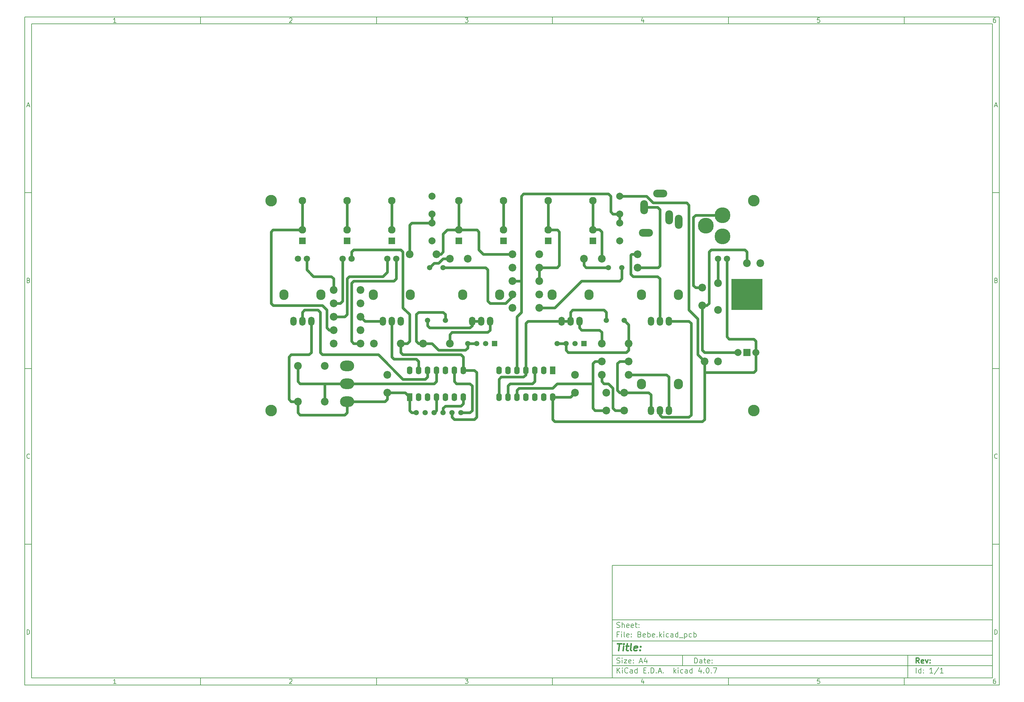
<source format=gbr>
G04 #@! TF.FileFunction,Copper,L2,Bot,Signal*
%FSLAX46Y46*%
G04 Gerber Fmt 4.6, Leading zero omitted, Abs format (unit mm)*
G04 Created by KiCad (PCBNEW 4.0.7) date 09/26/19 12:59:43*
%MOMM*%
%LPD*%
G01*
G04 APERTURE LIST*
%ADD10C,0.100000*%
%ADD11C,0.150000*%
%ADD12C,0.300000*%
%ADD13C,0.400000*%
%ADD14O,4.000000X3.000000*%
%ADD15C,2.130000*%
%ADD16R,1.930000X1.830000*%
%ADD17C,2.200000*%
%ADD18O,1.800000X2.600000*%
%ADD19O,2.600000X3.000000*%
%ADD20R,1.574800X2.286000*%
%ADD21O,1.574800X2.286000*%
%ADD22R,1.520000X1.520000*%
%ADD23C,1.520000*%
%ADD24C,3.300000*%
%ADD25C,4.500000*%
%ADD26R,8.890000X8.890000*%
%ADD27C,2.000000*%
%ADD28R,2.000000X2.000000*%
%ADD29O,2.200000X4.000000*%
%ADD30O,4.000000X2.200000*%
%ADD31C,1.800000*%
%ADD32C,1.500000*%
%ADD33C,0.800000*%
G04 APERTURE END LIST*
D10*
D11*
X177002200Y-166007200D02*
X177002200Y-198007200D01*
X285002200Y-198007200D01*
X285002200Y-166007200D01*
X177002200Y-166007200D01*
D10*
D11*
X10000000Y-10000000D02*
X10000000Y-200007200D01*
X287002200Y-200007200D01*
X287002200Y-10000000D01*
X10000000Y-10000000D01*
D10*
D11*
X12000000Y-12000000D02*
X12000000Y-198007200D01*
X285002200Y-198007200D01*
X285002200Y-12000000D01*
X12000000Y-12000000D01*
D10*
D11*
X60000000Y-12000000D02*
X60000000Y-10000000D01*
D10*
D11*
X110000000Y-12000000D02*
X110000000Y-10000000D01*
D10*
D11*
X160000000Y-12000000D02*
X160000000Y-10000000D01*
D10*
D11*
X210000000Y-12000000D02*
X210000000Y-10000000D01*
D10*
D11*
X260000000Y-12000000D02*
X260000000Y-10000000D01*
D10*
D11*
X35990476Y-11588095D02*
X35247619Y-11588095D01*
X35619048Y-11588095D02*
X35619048Y-10288095D01*
X35495238Y-10473810D01*
X35371429Y-10597619D01*
X35247619Y-10659524D01*
D10*
D11*
X85247619Y-10411905D02*
X85309524Y-10350000D01*
X85433333Y-10288095D01*
X85742857Y-10288095D01*
X85866667Y-10350000D01*
X85928571Y-10411905D01*
X85990476Y-10535714D01*
X85990476Y-10659524D01*
X85928571Y-10845238D01*
X85185714Y-11588095D01*
X85990476Y-11588095D01*
D10*
D11*
X135185714Y-10288095D02*
X135990476Y-10288095D01*
X135557143Y-10783333D01*
X135742857Y-10783333D01*
X135866667Y-10845238D01*
X135928571Y-10907143D01*
X135990476Y-11030952D01*
X135990476Y-11340476D01*
X135928571Y-11464286D01*
X135866667Y-11526190D01*
X135742857Y-11588095D01*
X135371429Y-11588095D01*
X135247619Y-11526190D01*
X135185714Y-11464286D01*
D10*
D11*
X185866667Y-10721429D02*
X185866667Y-11588095D01*
X185557143Y-10226190D02*
X185247619Y-11154762D01*
X186052381Y-11154762D01*
D10*
D11*
X235928571Y-10288095D02*
X235309524Y-10288095D01*
X235247619Y-10907143D01*
X235309524Y-10845238D01*
X235433333Y-10783333D01*
X235742857Y-10783333D01*
X235866667Y-10845238D01*
X235928571Y-10907143D01*
X235990476Y-11030952D01*
X235990476Y-11340476D01*
X235928571Y-11464286D01*
X235866667Y-11526190D01*
X235742857Y-11588095D01*
X235433333Y-11588095D01*
X235309524Y-11526190D01*
X235247619Y-11464286D01*
D10*
D11*
X285866667Y-10288095D02*
X285619048Y-10288095D01*
X285495238Y-10350000D01*
X285433333Y-10411905D01*
X285309524Y-10597619D01*
X285247619Y-10845238D01*
X285247619Y-11340476D01*
X285309524Y-11464286D01*
X285371429Y-11526190D01*
X285495238Y-11588095D01*
X285742857Y-11588095D01*
X285866667Y-11526190D01*
X285928571Y-11464286D01*
X285990476Y-11340476D01*
X285990476Y-11030952D01*
X285928571Y-10907143D01*
X285866667Y-10845238D01*
X285742857Y-10783333D01*
X285495238Y-10783333D01*
X285371429Y-10845238D01*
X285309524Y-10907143D01*
X285247619Y-11030952D01*
D10*
D11*
X60000000Y-198007200D02*
X60000000Y-200007200D01*
D10*
D11*
X110000000Y-198007200D02*
X110000000Y-200007200D01*
D10*
D11*
X160000000Y-198007200D02*
X160000000Y-200007200D01*
D10*
D11*
X210000000Y-198007200D02*
X210000000Y-200007200D01*
D10*
D11*
X260000000Y-198007200D02*
X260000000Y-200007200D01*
D10*
D11*
X35990476Y-199595295D02*
X35247619Y-199595295D01*
X35619048Y-199595295D02*
X35619048Y-198295295D01*
X35495238Y-198481010D01*
X35371429Y-198604819D01*
X35247619Y-198666724D01*
D10*
D11*
X85247619Y-198419105D02*
X85309524Y-198357200D01*
X85433333Y-198295295D01*
X85742857Y-198295295D01*
X85866667Y-198357200D01*
X85928571Y-198419105D01*
X85990476Y-198542914D01*
X85990476Y-198666724D01*
X85928571Y-198852438D01*
X85185714Y-199595295D01*
X85990476Y-199595295D01*
D10*
D11*
X135185714Y-198295295D02*
X135990476Y-198295295D01*
X135557143Y-198790533D01*
X135742857Y-198790533D01*
X135866667Y-198852438D01*
X135928571Y-198914343D01*
X135990476Y-199038152D01*
X135990476Y-199347676D01*
X135928571Y-199471486D01*
X135866667Y-199533390D01*
X135742857Y-199595295D01*
X135371429Y-199595295D01*
X135247619Y-199533390D01*
X135185714Y-199471486D01*
D10*
D11*
X185866667Y-198728629D02*
X185866667Y-199595295D01*
X185557143Y-198233390D02*
X185247619Y-199161962D01*
X186052381Y-199161962D01*
D10*
D11*
X235928571Y-198295295D02*
X235309524Y-198295295D01*
X235247619Y-198914343D01*
X235309524Y-198852438D01*
X235433333Y-198790533D01*
X235742857Y-198790533D01*
X235866667Y-198852438D01*
X235928571Y-198914343D01*
X235990476Y-199038152D01*
X235990476Y-199347676D01*
X235928571Y-199471486D01*
X235866667Y-199533390D01*
X235742857Y-199595295D01*
X235433333Y-199595295D01*
X235309524Y-199533390D01*
X235247619Y-199471486D01*
D10*
D11*
X285866667Y-198295295D02*
X285619048Y-198295295D01*
X285495238Y-198357200D01*
X285433333Y-198419105D01*
X285309524Y-198604819D01*
X285247619Y-198852438D01*
X285247619Y-199347676D01*
X285309524Y-199471486D01*
X285371429Y-199533390D01*
X285495238Y-199595295D01*
X285742857Y-199595295D01*
X285866667Y-199533390D01*
X285928571Y-199471486D01*
X285990476Y-199347676D01*
X285990476Y-199038152D01*
X285928571Y-198914343D01*
X285866667Y-198852438D01*
X285742857Y-198790533D01*
X285495238Y-198790533D01*
X285371429Y-198852438D01*
X285309524Y-198914343D01*
X285247619Y-199038152D01*
D10*
D11*
X10000000Y-60000000D02*
X12000000Y-60000000D01*
D10*
D11*
X10000000Y-110000000D02*
X12000000Y-110000000D01*
D10*
D11*
X10000000Y-160000000D02*
X12000000Y-160000000D01*
D10*
D11*
X10690476Y-35216667D02*
X11309524Y-35216667D01*
X10566667Y-35588095D02*
X11000000Y-34288095D01*
X11433333Y-35588095D01*
D10*
D11*
X11092857Y-84907143D02*
X11278571Y-84969048D01*
X11340476Y-85030952D01*
X11402381Y-85154762D01*
X11402381Y-85340476D01*
X11340476Y-85464286D01*
X11278571Y-85526190D01*
X11154762Y-85588095D01*
X10659524Y-85588095D01*
X10659524Y-84288095D01*
X11092857Y-84288095D01*
X11216667Y-84350000D01*
X11278571Y-84411905D01*
X11340476Y-84535714D01*
X11340476Y-84659524D01*
X11278571Y-84783333D01*
X11216667Y-84845238D01*
X11092857Y-84907143D01*
X10659524Y-84907143D01*
D10*
D11*
X11402381Y-135464286D02*
X11340476Y-135526190D01*
X11154762Y-135588095D01*
X11030952Y-135588095D01*
X10845238Y-135526190D01*
X10721429Y-135402381D01*
X10659524Y-135278571D01*
X10597619Y-135030952D01*
X10597619Y-134845238D01*
X10659524Y-134597619D01*
X10721429Y-134473810D01*
X10845238Y-134350000D01*
X11030952Y-134288095D01*
X11154762Y-134288095D01*
X11340476Y-134350000D01*
X11402381Y-134411905D01*
D10*
D11*
X10659524Y-185588095D02*
X10659524Y-184288095D01*
X10969048Y-184288095D01*
X11154762Y-184350000D01*
X11278571Y-184473810D01*
X11340476Y-184597619D01*
X11402381Y-184845238D01*
X11402381Y-185030952D01*
X11340476Y-185278571D01*
X11278571Y-185402381D01*
X11154762Y-185526190D01*
X10969048Y-185588095D01*
X10659524Y-185588095D01*
D10*
D11*
X287002200Y-60000000D02*
X285002200Y-60000000D01*
D10*
D11*
X287002200Y-110000000D02*
X285002200Y-110000000D01*
D10*
D11*
X287002200Y-160000000D02*
X285002200Y-160000000D01*
D10*
D11*
X285692676Y-35216667D02*
X286311724Y-35216667D01*
X285568867Y-35588095D02*
X286002200Y-34288095D01*
X286435533Y-35588095D01*
D10*
D11*
X286095057Y-84907143D02*
X286280771Y-84969048D01*
X286342676Y-85030952D01*
X286404581Y-85154762D01*
X286404581Y-85340476D01*
X286342676Y-85464286D01*
X286280771Y-85526190D01*
X286156962Y-85588095D01*
X285661724Y-85588095D01*
X285661724Y-84288095D01*
X286095057Y-84288095D01*
X286218867Y-84350000D01*
X286280771Y-84411905D01*
X286342676Y-84535714D01*
X286342676Y-84659524D01*
X286280771Y-84783333D01*
X286218867Y-84845238D01*
X286095057Y-84907143D01*
X285661724Y-84907143D01*
D10*
D11*
X286404581Y-135464286D02*
X286342676Y-135526190D01*
X286156962Y-135588095D01*
X286033152Y-135588095D01*
X285847438Y-135526190D01*
X285723629Y-135402381D01*
X285661724Y-135278571D01*
X285599819Y-135030952D01*
X285599819Y-134845238D01*
X285661724Y-134597619D01*
X285723629Y-134473810D01*
X285847438Y-134350000D01*
X286033152Y-134288095D01*
X286156962Y-134288095D01*
X286342676Y-134350000D01*
X286404581Y-134411905D01*
D10*
D11*
X285661724Y-185588095D02*
X285661724Y-184288095D01*
X285971248Y-184288095D01*
X286156962Y-184350000D01*
X286280771Y-184473810D01*
X286342676Y-184597619D01*
X286404581Y-184845238D01*
X286404581Y-185030952D01*
X286342676Y-185278571D01*
X286280771Y-185402381D01*
X286156962Y-185526190D01*
X285971248Y-185588095D01*
X285661724Y-185588095D01*
D10*
D11*
X200359343Y-193785771D02*
X200359343Y-192285771D01*
X200716486Y-192285771D01*
X200930771Y-192357200D01*
X201073629Y-192500057D01*
X201145057Y-192642914D01*
X201216486Y-192928629D01*
X201216486Y-193142914D01*
X201145057Y-193428629D01*
X201073629Y-193571486D01*
X200930771Y-193714343D01*
X200716486Y-193785771D01*
X200359343Y-193785771D01*
X202502200Y-193785771D02*
X202502200Y-193000057D01*
X202430771Y-192857200D01*
X202287914Y-192785771D01*
X202002200Y-192785771D01*
X201859343Y-192857200D01*
X202502200Y-193714343D02*
X202359343Y-193785771D01*
X202002200Y-193785771D01*
X201859343Y-193714343D01*
X201787914Y-193571486D01*
X201787914Y-193428629D01*
X201859343Y-193285771D01*
X202002200Y-193214343D01*
X202359343Y-193214343D01*
X202502200Y-193142914D01*
X203002200Y-192785771D02*
X203573629Y-192785771D01*
X203216486Y-192285771D02*
X203216486Y-193571486D01*
X203287914Y-193714343D01*
X203430772Y-193785771D01*
X203573629Y-193785771D01*
X204645057Y-193714343D02*
X204502200Y-193785771D01*
X204216486Y-193785771D01*
X204073629Y-193714343D01*
X204002200Y-193571486D01*
X204002200Y-193000057D01*
X204073629Y-192857200D01*
X204216486Y-192785771D01*
X204502200Y-192785771D01*
X204645057Y-192857200D01*
X204716486Y-193000057D01*
X204716486Y-193142914D01*
X204002200Y-193285771D01*
X205359343Y-193642914D02*
X205430771Y-193714343D01*
X205359343Y-193785771D01*
X205287914Y-193714343D01*
X205359343Y-193642914D01*
X205359343Y-193785771D01*
X205359343Y-192857200D02*
X205430771Y-192928629D01*
X205359343Y-193000057D01*
X205287914Y-192928629D01*
X205359343Y-192857200D01*
X205359343Y-193000057D01*
D10*
D11*
X177002200Y-194507200D02*
X285002200Y-194507200D01*
D10*
D11*
X178359343Y-196585771D02*
X178359343Y-195085771D01*
X179216486Y-196585771D02*
X178573629Y-195728629D01*
X179216486Y-195085771D02*
X178359343Y-195942914D01*
X179859343Y-196585771D02*
X179859343Y-195585771D01*
X179859343Y-195085771D02*
X179787914Y-195157200D01*
X179859343Y-195228629D01*
X179930771Y-195157200D01*
X179859343Y-195085771D01*
X179859343Y-195228629D01*
X181430772Y-196442914D02*
X181359343Y-196514343D01*
X181145057Y-196585771D01*
X181002200Y-196585771D01*
X180787915Y-196514343D01*
X180645057Y-196371486D01*
X180573629Y-196228629D01*
X180502200Y-195942914D01*
X180502200Y-195728629D01*
X180573629Y-195442914D01*
X180645057Y-195300057D01*
X180787915Y-195157200D01*
X181002200Y-195085771D01*
X181145057Y-195085771D01*
X181359343Y-195157200D01*
X181430772Y-195228629D01*
X182716486Y-196585771D02*
X182716486Y-195800057D01*
X182645057Y-195657200D01*
X182502200Y-195585771D01*
X182216486Y-195585771D01*
X182073629Y-195657200D01*
X182716486Y-196514343D02*
X182573629Y-196585771D01*
X182216486Y-196585771D01*
X182073629Y-196514343D01*
X182002200Y-196371486D01*
X182002200Y-196228629D01*
X182073629Y-196085771D01*
X182216486Y-196014343D01*
X182573629Y-196014343D01*
X182716486Y-195942914D01*
X184073629Y-196585771D02*
X184073629Y-195085771D01*
X184073629Y-196514343D02*
X183930772Y-196585771D01*
X183645058Y-196585771D01*
X183502200Y-196514343D01*
X183430772Y-196442914D01*
X183359343Y-196300057D01*
X183359343Y-195871486D01*
X183430772Y-195728629D01*
X183502200Y-195657200D01*
X183645058Y-195585771D01*
X183930772Y-195585771D01*
X184073629Y-195657200D01*
X185930772Y-195800057D02*
X186430772Y-195800057D01*
X186645058Y-196585771D02*
X185930772Y-196585771D01*
X185930772Y-195085771D01*
X186645058Y-195085771D01*
X187287915Y-196442914D02*
X187359343Y-196514343D01*
X187287915Y-196585771D01*
X187216486Y-196514343D01*
X187287915Y-196442914D01*
X187287915Y-196585771D01*
X188002201Y-196585771D02*
X188002201Y-195085771D01*
X188359344Y-195085771D01*
X188573629Y-195157200D01*
X188716487Y-195300057D01*
X188787915Y-195442914D01*
X188859344Y-195728629D01*
X188859344Y-195942914D01*
X188787915Y-196228629D01*
X188716487Y-196371486D01*
X188573629Y-196514343D01*
X188359344Y-196585771D01*
X188002201Y-196585771D01*
X189502201Y-196442914D02*
X189573629Y-196514343D01*
X189502201Y-196585771D01*
X189430772Y-196514343D01*
X189502201Y-196442914D01*
X189502201Y-196585771D01*
X190145058Y-196157200D02*
X190859344Y-196157200D01*
X190002201Y-196585771D02*
X190502201Y-195085771D01*
X191002201Y-196585771D01*
X191502201Y-196442914D02*
X191573629Y-196514343D01*
X191502201Y-196585771D01*
X191430772Y-196514343D01*
X191502201Y-196442914D01*
X191502201Y-196585771D01*
X194502201Y-196585771D02*
X194502201Y-195085771D01*
X194645058Y-196014343D02*
X195073629Y-196585771D01*
X195073629Y-195585771D02*
X194502201Y-196157200D01*
X195716487Y-196585771D02*
X195716487Y-195585771D01*
X195716487Y-195085771D02*
X195645058Y-195157200D01*
X195716487Y-195228629D01*
X195787915Y-195157200D01*
X195716487Y-195085771D01*
X195716487Y-195228629D01*
X197073630Y-196514343D02*
X196930773Y-196585771D01*
X196645059Y-196585771D01*
X196502201Y-196514343D01*
X196430773Y-196442914D01*
X196359344Y-196300057D01*
X196359344Y-195871486D01*
X196430773Y-195728629D01*
X196502201Y-195657200D01*
X196645059Y-195585771D01*
X196930773Y-195585771D01*
X197073630Y-195657200D01*
X198359344Y-196585771D02*
X198359344Y-195800057D01*
X198287915Y-195657200D01*
X198145058Y-195585771D01*
X197859344Y-195585771D01*
X197716487Y-195657200D01*
X198359344Y-196514343D02*
X198216487Y-196585771D01*
X197859344Y-196585771D01*
X197716487Y-196514343D01*
X197645058Y-196371486D01*
X197645058Y-196228629D01*
X197716487Y-196085771D01*
X197859344Y-196014343D01*
X198216487Y-196014343D01*
X198359344Y-195942914D01*
X199716487Y-196585771D02*
X199716487Y-195085771D01*
X199716487Y-196514343D02*
X199573630Y-196585771D01*
X199287916Y-196585771D01*
X199145058Y-196514343D01*
X199073630Y-196442914D01*
X199002201Y-196300057D01*
X199002201Y-195871486D01*
X199073630Y-195728629D01*
X199145058Y-195657200D01*
X199287916Y-195585771D01*
X199573630Y-195585771D01*
X199716487Y-195657200D01*
X202216487Y-195585771D02*
X202216487Y-196585771D01*
X201859344Y-195014343D02*
X201502201Y-196085771D01*
X202430773Y-196085771D01*
X203002201Y-196442914D02*
X203073629Y-196514343D01*
X203002201Y-196585771D01*
X202930772Y-196514343D01*
X203002201Y-196442914D01*
X203002201Y-196585771D01*
X204002201Y-195085771D02*
X204145058Y-195085771D01*
X204287915Y-195157200D01*
X204359344Y-195228629D01*
X204430773Y-195371486D01*
X204502201Y-195657200D01*
X204502201Y-196014343D01*
X204430773Y-196300057D01*
X204359344Y-196442914D01*
X204287915Y-196514343D01*
X204145058Y-196585771D01*
X204002201Y-196585771D01*
X203859344Y-196514343D01*
X203787915Y-196442914D01*
X203716487Y-196300057D01*
X203645058Y-196014343D01*
X203645058Y-195657200D01*
X203716487Y-195371486D01*
X203787915Y-195228629D01*
X203859344Y-195157200D01*
X204002201Y-195085771D01*
X205145058Y-196442914D02*
X205216486Y-196514343D01*
X205145058Y-196585771D01*
X205073629Y-196514343D01*
X205145058Y-196442914D01*
X205145058Y-196585771D01*
X205716487Y-195085771D02*
X206716487Y-195085771D01*
X206073630Y-196585771D01*
D10*
D11*
X177002200Y-191507200D02*
X285002200Y-191507200D01*
D10*
D12*
X264216486Y-193785771D02*
X263716486Y-193071486D01*
X263359343Y-193785771D02*
X263359343Y-192285771D01*
X263930771Y-192285771D01*
X264073629Y-192357200D01*
X264145057Y-192428629D01*
X264216486Y-192571486D01*
X264216486Y-192785771D01*
X264145057Y-192928629D01*
X264073629Y-193000057D01*
X263930771Y-193071486D01*
X263359343Y-193071486D01*
X265430771Y-193714343D02*
X265287914Y-193785771D01*
X265002200Y-193785771D01*
X264859343Y-193714343D01*
X264787914Y-193571486D01*
X264787914Y-193000057D01*
X264859343Y-192857200D01*
X265002200Y-192785771D01*
X265287914Y-192785771D01*
X265430771Y-192857200D01*
X265502200Y-193000057D01*
X265502200Y-193142914D01*
X264787914Y-193285771D01*
X266002200Y-192785771D02*
X266359343Y-193785771D01*
X266716485Y-192785771D01*
X267287914Y-193642914D02*
X267359342Y-193714343D01*
X267287914Y-193785771D01*
X267216485Y-193714343D01*
X267287914Y-193642914D01*
X267287914Y-193785771D01*
X267287914Y-192857200D02*
X267359342Y-192928629D01*
X267287914Y-193000057D01*
X267216485Y-192928629D01*
X267287914Y-192857200D01*
X267287914Y-193000057D01*
D10*
D11*
X178287914Y-193714343D02*
X178502200Y-193785771D01*
X178859343Y-193785771D01*
X179002200Y-193714343D01*
X179073629Y-193642914D01*
X179145057Y-193500057D01*
X179145057Y-193357200D01*
X179073629Y-193214343D01*
X179002200Y-193142914D01*
X178859343Y-193071486D01*
X178573629Y-193000057D01*
X178430771Y-192928629D01*
X178359343Y-192857200D01*
X178287914Y-192714343D01*
X178287914Y-192571486D01*
X178359343Y-192428629D01*
X178430771Y-192357200D01*
X178573629Y-192285771D01*
X178930771Y-192285771D01*
X179145057Y-192357200D01*
X179787914Y-193785771D02*
X179787914Y-192785771D01*
X179787914Y-192285771D02*
X179716485Y-192357200D01*
X179787914Y-192428629D01*
X179859342Y-192357200D01*
X179787914Y-192285771D01*
X179787914Y-192428629D01*
X180359343Y-192785771D02*
X181145057Y-192785771D01*
X180359343Y-193785771D01*
X181145057Y-193785771D01*
X182287914Y-193714343D02*
X182145057Y-193785771D01*
X181859343Y-193785771D01*
X181716486Y-193714343D01*
X181645057Y-193571486D01*
X181645057Y-193000057D01*
X181716486Y-192857200D01*
X181859343Y-192785771D01*
X182145057Y-192785771D01*
X182287914Y-192857200D01*
X182359343Y-193000057D01*
X182359343Y-193142914D01*
X181645057Y-193285771D01*
X183002200Y-193642914D02*
X183073628Y-193714343D01*
X183002200Y-193785771D01*
X182930771Y-193714343D01*
X183002200Y-193642914D01*
X183002200Y-193785771D01*
X183002200Y-192857200D02*
X183073628Y-192928629D01*
X183002200Y-193000057D01*
X182930771Y-192928629D01*
X183002200Y-192857200D01*
X183002200Y-193000057D01*
X184787914Y-193357200D02*
X185502200Y-193357200D01*
X184645057Y-193785771D02*
X185145057Y-192285771D01*
X185645057Y-193785771D01*
X186787914Y-192785771D02*
X186787914Y-193785771D01*
X186430771Y-192214343D02*
X186073628Y-193285771D01*
X187002200Y-193285771D01*
D10*
D11*
X263359343Y-196585771D02*
X263359343Y-195085771D01*
X264716486Y-196585771D02*
X264716486Y-195085771D01*
X264716486Y-196514343D02*
X264573629Y-196585771D01*
X264287915Y-196585771D01*
X264145057Y-196514343D01*
X264073629Y-196442914D01*
X264002200Y-196300057D01*
X264002200Y-195871486D01*
X264073629Y-195728629D01*
X264145057Y-195657200D01*
X264287915Y-195585771D01*
X264573629Y-195585771D01*
X264716486Y-195657200D01*
X265430772Y-196442914D02*
X265502200Y-196514343D01*
X265430772Y-196585771D01*
X265359343Y-196514343D01*
X265430772Y-196442914D01*
X265430772Y-196585771D01*
X265430772Y-195657200D02*
X265502200Y-195728629D01*
X265430772Y-195800057D01*
X265359343Y-195728629D01*
X265430772Y-195657200D01*
X265430772Y-195800057D01*
X268073629Y-196585771D02*
X267216486Y-196585771D01*
X267645058Y-196585771D02*
X267645058Y-195085771D01*
X267502201Y-195300057D01*
X267359343Y-195442914D01*
X267216486Y-195514343D01*
X269787914Y-195014343D02*
X268502200Y-196942914D01*
X271073629Y-196585771D02*
X270216486Y-196585771D01*
X270645058Y-196585771D02*
X270645058Y-195085771D01*
X270502201Y-195300057D01*
X270359343Y-195442914D01*
X270216486Y-195514343D01*
D10*
D11*
X177002200Y-187507200D02*
X285002200Y-187507200D01*
D10*
D13*
X178454581Y-188211962D02*
X179597438Y-188211962D01*
X178776010Y-190211962D02*
X179026010Y-188211962D01*
X180014105Y-190211962D02*
X180180771Y-188878629D01*
X180264105Y-188211962D02*
X180156962Y-188307200D01*
X180240295Y-188402438D01*
X180347439Y-188307200D01*
X180264105Y-188211962D01*
X180240295Y-188402438D01*
X180847438Y-188878629D02*
X181609343Y-188878629D01*
X181216486Y-188211962D02*
X181002200Y-189926248D01*
X181073630Y-190116724D01*
X181252201Y-190211962D01*
X181442677Y-190211962D01*
X182395058Y-190211962D02*
X182216487Y-190116724D01*
X182145057Y-189926248D01*
X182359343Y-188211962D01*
X183930772Y-190116724D02*
X183728391Y-190211962D01*
X183347439Y-190211962D01*
X183168867Y-190116724D01*
X183097438Y-189926248D01*
X183192676Y-189164343D01*
X183311724Y-188973867D01*
X183514105Y-188878629D01*
X183895057Y-188878629D01*
X184073629Y-188973867D01*
X184145057Y-189164343D01*
X184121248Y-189354819D01*
X183145057Y-189545295D01*
X184895057Y-190021486D02*
X184978392Y-190116724D01*
X184871248Y-190211962D01*
X184787915Y-190116724D01*
X184895057Y-190021486D01*
X184871248Y-190211962D01*
X185026010Y-188973867D02*
X185109344Y-189069105D01*
X185002200Y-189164343D01*
X184918867Y-189069105D01*
X185026010Y-188973867D01*
X185002200Y-189164343D01*
D10*
D11*
X178859343Y-185600057D02*
X178359343Y-185600057D01*
X178359343Y-186385771D02*
X178359343Y-184885771D01*
X179073629Y-184885771D01*
X179645057Y-186385771D02*
X179645057Y-185385771D01*
X179645057Y-184885771D02*
X179573628Y-184957200D01*
X179645057Y-185028629D01*
X179716485Y-184957200D01*
X179645057Y-184885771D01*
X179645057Y-185028629D01*
X180573629Y-186385771D02*
X180430771Y-186314343D01*
X180359343Y-186171486D01*
X180359343Y-184885771D01*
X181716485Y-186314343D02*
X181573628Y-186385771D01*
X181287914Y-186385771D01*
X181145057Y-186314343D01*
X181073628Y-186171486D01*
X181073628Y-185600057D01*
X181145057Y-185457200D01*
X181287914Y-185385771D01*
X181573628Y-185385771D01*
X181716485Y-185457200D01*
X181787914Y-185600057D01*
X181787914Y-185742914D01*
X181073628Y-185885771D01*
X182430771Y-186242914D02*
X182502199Y-186314343D01*
X182430771Y-186385771D01*
X182359342Y-186314343D01*
X182430771Y-186242914D01*
X182430771Y-186385771D01*
X182430771Y-185457200D02*
X182502199Y-185528629D01*
X182430771Y-185600057D01*
X182359342Y-185528629D01*
X182430771Y-185457200D01*
X182430771Y-185600057D01*
X184787914Y-185600057D02*
X185002200Y-185671486D01*
X185073628Y-185742914D01*
X185145057Y-185885771D01*
X185145057Y-186100057D01*
X185073628Y-186242914D01*
X185002200Y-186314343D01*
X184859342Y-186385771D01*
X184287914Y-186385771D01*
X184287914Y-184885771D01*
X184787914Y-184885771D01*
X184930771Y-184957200D01*
X185002200Y-185028629D01*
X185073628Y-185171486D01*
X185073628Y-185314343D01*
X185002200Y-185457200D01*
X184930771Y-185528629D01*
X184787914Y-185600057D01*
X184287914Y-185600057D01*
X186359342Y-186314343D02*
X186216485Y-186385771D01*
X185930771Y-186385771D01*
X185787914Y-186314343D01*
X185716485Y-186171486D01*
X185716485Y-185600057D01*
X185787914Y-185457200D01*
X185930771Y-185385771D01*
X186216485Y-185385771D01*
X186359342Y-185457200D01*
X186430771Y-185600057D01*
X186430771Y-185742914D01*
X185716485Y-185885771D01*
X187073628Y-186385771D02*
X187073628Y-184885771D01*
X187073628Y-185457200D02*
X187216485Y-185385771D01*
X187502199Y-185385771D01*
X187645056Y-185457200D01*
X187716485Y-185528629D01*
X187787914Y-185671486D01*
X187787914Y-186100057D01*
X187716485Y-186242914D01*
X187645056Y-186314343D01*
X187502199Y-186385771D01*
X187216485Y-186385771D01*
X187073628Y-186314343D01*
X189002199Y-186314343D02*
X188859342Y-186385771D01*
X188573628Y-186385771D01*
X188430771Y-186314343D01*
X188359342Y-186171486D01*
X188359342Y-185600057D01*
X188430771Y-185457200D01*
X188573628Y-185385771D01*
X188859342Y-185385771D01*
X189002199Y-185457200D01*
X189073628Y-185600057D01*
X189073628Y-185742914D01*
X188359342Y-185885771D01*
X189716485Y-186242914D02*
X189787913Y-186314343D01*
X189716485Y-186385771D01*
X189645056Y-186314343D01*
X189716485Y-186242914D01*
X189716485Y-186385771D01*
X190430771Y-186385771D02*
X190430771Y-184885771D01*
X190573628Y-185814343D02*
X191002199Y-186385771D01*
X191002199Y-185385771D02*
X190430771Y-185957200D01*
X191645057Y-186385771D02*
X191645057Y-185385771D01*
X191645057Y-184885771D02*
X191573628Y-184957200D01*
X191645057Y-185028629D01*
X191716485Y-184957200D01*
X191645057Y-184885771D01*
X191645057Y-185028629D01*
X193002200Y-186314343D02*
X192859343Y-186385771D01*
X192573629Y-186385771D01*
X192430771Y-186314343D01*
X192359343Y-186242914D01*
X192287914Y-186100057D01*
X192287914Y-185671486D01*
X192359343Y-185528629D01*
X192430771Y-185457200D01*
X192573629Y-185385771D01*
X192859343Y-185385771D01*
X193002200Y-185457200D01*
X194287914Y-186385771D02*
X194287914Y-185600057D01*
X194216485Y-185457200D01*
X194073628Y-185385771D01*
X193787914Y-185385771D01*
X193645057Y-185457200D01*
X194287914Y-186314343D02*
X194145057Y-186385771D01*
X193787914Y-186385771D01*
X193645057Y-186314343D01*
X193573628Y-186171486D01*
X193573628Y-186028629D01*
X193645057Y-185885771D01*
X193787914Y-185814343D01*
X194145057Y-185814343D01*
X194287914Y-185742914D01*
X195645057Y-186385771D02*
X195645057Y-184885771D01*
X195645057Y-186314343D02*
X195502200Y-186385771D01*
X195216486Y-186385771D01*
X195073628Y-186314343D01*
X195002200Y-186242914D01*
X194930771Y-186100057D01*
X194930771Y-185671486D01*
X195002200Y-185528629D01*
X195073628Y-185457200D01*
X195216486Y-185385771D01*
X195502200Y-185385771D01*
X195645057Y-185457200D01*
X196002200Y-186528629D02*
X197145057Y-186528629D01*
X197502200Y-185385771D02*
X197502200Y-186885771D01*
X197502200Y-185457200D02*
X197645057Y-185385771D01*
X197930771Y-185385771D01*
X198073628Y-185457200D01*
X198145057Y-185528629D01*
X198216486Y-185671486D01*
X198216486Y-186100057D01*
X198145057Y-186242914D01*
X198073628Y-186314343D01*
X197930771Y-186385771D01*
X197645057Y-186385771D01*
X197502200Y-186314343D01*
X199502200Y-186314343D02*
X199359343Y-186385771D01*
X199073629Y-186385771D01*
X198930771Y-186314343D01*
X198859343Y-186242914D01*
X198787914Y-186100057D01*
X198787914Y-185671486D01*
X198859343Y-185528629D01*
X198930771Y-185457200D01*
X199073629Y-185385771D01*
X199359343Y-185385771D01*
X199502200Y-185457200D01*
X200145057Y-186385771D02*
X200145057Y-184885771D01*
X200145057Y-185457200D02*
X200287914Y-185385771D01*
X200573628Y-185385771D01*
X200716485Y-185457200D01*
X200787914Y-185528629D01*
X200859343Y-185671486D01*
X200859343Y-186100057D01*
X200787914Y-186242914D01*
X200716485Y-186314343D01*
X200573628Y-186385771D01*
X200287914Y-186385771D01*
X200145057Y-186314343D01*
D10*
D11*
X177002200Y-181507200D02*
X285002200Y-181507200D01*
D10*
D11*
X178287914Y-183614343D02*
X178502200Y-183685771D01*
X178859343Y-183685771D01*
X179002200Y-183614343D01*
X179073629Y-183542914D01*
X179145057Y-183400057D01*
X179145057Y-183257200D01*
X179073629Y-183114343D01*
X179002200Y-183042914D01*
X178859343Y-182971486D01*
X178573629Y-182900057D01*
X178430771Y-182828629D01*
X178359343Y-182757200D01*
X178287914Y-182614343D01*
X178287914Y-182471486D01*
X178359343Y-182328629D01*
X178430771Y-182257200D01*
X178573629Y-182185771D01*
X178930771Y-182185771D01*
X179145057Y-182257200D01*
X179787914Y-183685771D02*
X179787914Y-182185771D01*
X180430771Y-183685771D02*
X180430771Y-182900057D01*
X180359342Y-182757200D01*
X180216485Y-182685771D01*
X180002200Y-182685771D01*
X179859342Y-182757200D01*
X179787914Y-182828629D01*
X181716485Y-183614343D02*
X181573628Y-183685771D01*
X181287914Y-183685771D01*
X181145057Y-183614343D01*
X181073628Y-183471486D01*
X181073628Y-182900057D01*
X181145057Y-182757200D01*
X181287914Y-182685771D01*
X181573628Y-182685771D01*
X181716485Y-182757200D01*
X181787914Y-182900057D01*
X181787914Y-183042914D01*
X181073628Y-183185771D01*
X183002199Y-183614343D02*
X182859342Y-183685771D01*
X182573628Y-183685771D01*
X182430771Y-183614343D01*
X182359342Y-183471486D01*
X182359342Y-182900057D01*
X182430771Y-182757200D01*
X182573628Y-182685771D01*
X182859342Y-182685771D01*
X183002199Y-182757200D01*
X183073628Y-182900057D01*
X183073628Y-183042914D01*
X182359342Y-183185771D01*
X183502199Y-182685771D02*
X184073628Y-182685771D01*
X183716485Y-182185771D02*
X183716485Y-183471486D01*
X183787913Y-183614343D01*
X183930771Y-183685771D01*
X184073628Y-183685771D01*
X184573628Y-183542914D02*
X184645056Y-183614343D01*
X184573628Y-183685771D01*
X184502199Y-183614343D01*
X184573628Y-183542914D01*
X184573628Y-183685771D01*
X184573628Y-182757200D02*
X184645056Y-182828629D01*
X184573628Y-182900057D01*
X184502199Y-182828629D01*
X184573628Y-182757200D01*
X184573628Y-182900057D01*
D10*
D11*
X197002200Y-191507200D02*
X197002200Y-194507200D01*
D10*
D11*
X261002200Y-191507200D02*
X261002200Y-198007200D01*
D14*
X101600000Y-114300000D03*
X101600000Y-109220000D03*
X101600000Y-119380000D03*
D15*
X133350000Y-70560000D03*
D16*
X133350000Y-73660000D03*
D15*
X133350000Y-62260000D03*
D17*
X113030000Y-116840000D03*
X113030000Y-111760000D03*
X166370000Y-116840000D03*
X166370000Y-111760000D03*
X180340000Y-121920000D03*
X175260000Y-121920000D03*
X175260000Y-116840000D03*
X180340000Y-116840000D03*
X184150000Y-77470000D03*
X184150000Y-81280000D03*
X202565000Y-92075000D03*
X202565000Y-86995000D03*
X130810000Y-78740000D03*
X135890000Y-78740000D03*
X168910000Y-78740000D03*
X173990000Y-78740000D03*
D18*
X137160000Y-96520000D03*
X139700000Y-96520000D03*
X142240000Y-96520000D03*
D19*
X134450000Y-89020000D03*
X144950000Y-89020000D03*
D18*
X162560000Y-96520000D03*
X165100000Y-96520000D03*
X167640000Y-96520000D03*
D19*
X159850000Y-89020000D03*
X170350000Y-89020000D03*
D17*
X156210000Y-77470000D03*
X148590000Y-77470000D03*
X148590000Y-81280000D03*
X156210000Y-81280000D03*
X119380000Y-77470000D03*
X127000000Y-77470000D03*
X148590000Y-85090000D03*
X156210000Y-85090000D03*
X156210000Y-88900000D03*
X148590000Y-88900000D03*
X148590000Y-92710000D03*
X156210000Y-92710000D03*
X123190000Y-102870000D03*
X130810000Y-102870000D03*
X181610000Y-102870000D03*
X173990000Y-102870000D03*
X207010000Y-93345000D03*
X207010000Y-85725000D03*
X173990000Y-107950000D03*
X181610000Y-107950000D03*
X173990000Y-111760000D03*
X181610000Y-111760000D03*
X95250000Y-109220000D03*
X87630000Y-109220000D03*
X97790000Y-99060000D03*
X105410000Y-99060000D03*
X109220000Y-102870000D03*
X116840000Y-102870000D03*
X97790000Y-102870000D03*
X105410000Y-102870000D03*
X105410000Y-87630000D03*
X97790000Y-87630000D03*
X105410000Y-91440000D03*
X97790000Y-91440000D03*
X105410000Y-95250000D03*
X97790000Y-95250000D03*
D18*
X111760000Y-96520000D03*
X114300000Y-96520000D03*
X116840000Y-96520000D03*
D19*
X109050000Y-89020000D03*
X119550000Y-89020000D03*
D18*
X86360000Y-96520000D03*
X88900000Y-96520000D03*
X91440000Y-96520000D03*
D19*
X83650000Y-89020000D03*
X94150000Y-89020000D03*
D18*
X187960000Y-121920000D03*
X190500000Y-121920000D03*
X193040000Y-121920000D03*
D19*
X185250000Y-114420000D03*
X195750000Y-114420000D03*
D20*
X119380000Y-118110000D03*
D21*
X121920000Y-118110000D03*
X124460000Y-118110000D03*
X127000000Y-118110000D03*
X129540000Y-118110000D03*
X132080000Y-118110000D03*
X134620000Y-118110000D03*
X134620000Y-110490000D03*
X132080000Y-110490000D03*
X129540000Y-110490000D03*
X127000000Y-110490000D03*
X124460000Y-110490000D03*
X121920000Y-110490000D03*
X119380000Y-110490000D03*
D18*
X187960000Y-96520000D03*
X190500000Y-96520000D03*
X193040000Y-96520000D03*
D19*
X185250000Y-89020000D03*
X195750000Y-89020000D03*
D15*
X88900000Y-70560000D03*
D16*
X88900000Y-73660000D03*
D15*
X88900000Y-62260000D03*
D22*
X143510000Y-102870000D03*
D23*
X140970000Y-102870000D03*
X138430000Y-102870000D03*
X135890000Y-102870000D03*
D22*
X168910000Y-102870000D03*
D23*
X166370000Y-102870000D03*
X163830000Y-102870000D03*
X161290000Y-102870000D03*
D24*
X217170000Y-62230000D03*
X80010000Y-62230000D03*
X80010000Y-121920000D03*
X217170000Y-121920000D03*
D25*
X208280000Y-72390000D03*
X208280000Y-66390000D03*
X203580000Y-69390000D03*
D26*
X215265000Y-88900000D03*
D27*
X212725000Y-105410000D03*
D28*
X215265000Y-105410000D03*
D27*
X217805000Y-105410000D03*
D15*
X146050000Y-70560000D03*
D16*
X146050000Y-73660000D03*
D15*
X146050000Y-62260000D03*
X101600000Y-70560000D03*
D16*
X101600000Y-73660000D03*
D15*
X101600000Y-62260000D03*
X114300000Y-70560000D03*
D16*
X114300000Y-73660000D03*
D15*
X114300000Y-62260000D03*
X158750000Y-70560000D03*
D16*
X158750000Y-73660000D03*
D15*
X158750000Y-62260000D03*
X171450000Y-70560000D03*
D16*
X171450000Y-73660000D03*
D15*
X171450000Y-62260000D03*
D17*
X203200000Y-107950000D03*
X207010000Y-107950000D03*
X215265000Y-80010000D03*
X219075000Y-80010000D03*
D20*
X160020000Y-110490000D03*
D21*
X157480000Y-110490000D03*
X154940000Y-110490000D03*
X152400000Y-110490000D03*
X149860000Y-110490000D03*
X147320000Y-110490000D03*
X144780000Y-110490000D03*
X144780000Y-118110000D03*
X147320000Y-118110000D03*
X149860000Y-118110000D03*
X152400000Y-118110000D03*
X154940000Y-118110000D03*
X157480000Y-118110000D03*
X160020000Y-118110000D03*
D27*
X125730000Y-68580000D03*
X125730000Y-73660000D03*
X125730000Y-60960000D03*
X125730000Y-66040000D03*
X179070000Y-68580000D03*
X179070000Y-73660000D03*
X179070000Y-60960000D03*
X179070000Y-66040000D03*
D29*
X186055000Y-64135000D03*
D30*
X186555000Y-71435000D03*
D29*
X193155000Y-67035000D03*
X195855000Y-68235000D03*
D30*
X190655000Y-60235000D03*
D23*
X133985000Y-122555000D03*
X131445000Y-122555000D03*
X128905000Y-122555000D03*
X126365000Y-122555000D03*
X123825000Y-122555000D03*
X121285000Y-122555000D03*
D31*
X90170000Y-78740000D03*
X87630000Y-78740000D03*
X100330000Y-78740000D03*
X102870000Y-78740000D03*
X113030000Y-78740000D03*
X115570000Y-78740000D03*
X207010000Y-78740000D03*
X209550000Y-78740000D03*
D32*
X128905000Y-81280000D03*
X129545000Y-96280000D03*
X124465000Y-96280000D03*
X125105000Y-81280000D03*
X179705000Y-81280000D03*
X180345000Y-96280000D03*
X175265000Y-96280000D03*
X175905000Y-81280000D03*
D17*
X87630000Y-119380000D03*
X95250000Y-119380000D03*
D33*
X214630000Y-76200000D02*
X215265000Y-76835000D01*
X204470000Y-76835000D02*
X205105000Y-76200000D01*
X205105000Y-76200000D02*
X214630000Y-76200000D01*
X204470000Y-91440000D02*
X204470000Y-76835000D01*
X215265000Y-76835000D02*
X215265000Y-80010000D01*
X203200000Y-105410000D02*
X202565000Y-104775000D01*
X212725000Y-105410000D02*
X203200000Y-105410000D01*
X202565000Y-104775000D02*
X202565000Y-92075000D01*
X202565000Y-92075000D02*
X203835000Y-92075000D01*
X203835000Y-92075000D02*
X204470000Y-91440000D01*
X111760000Y-96520000D02*
X106680000Y-96520000D01*
X106680000Y-96520000D02*
X105410000Y-95250000D01*
X85090000Y-118745000D02*
X85725000Y-119380000D01*
X87630000Y-119380000D02*
X85725000Y-119380000D01*
X85090000Y-118745000D02*
X85090000Y-116840000D01*
X100965000Y-123190000D02*
X101600000Y-122555000D01*
X87630000Y-122555000D02*
X88265000Y-123190000D01*
X87630000Y-119380000D02*
X87630000Y-122555000D01*
X101600000Y-122555000D02*
X101600000Y-119380000D01*
X88265000Y-123190000D02*
X100965000Y-123190000D01*
X87376000Y-119126000D02*
X87630000Y-119380000D01*
X85090000Y-106680000D02*
X85090000Y-116840000D01*
X85725000Y-106045000D02*
X85090000Y-106680000D01*
X91440000Y-105410000D02*
X90805000Y-106045000D01*
X90805000Y-106045000D02*
X85725000Y-106045000D01*
X91440000Y-96520000D02*
X91440000Y-105410000D01*
X198120000Y-62865000D02*
X198755000Y-63500000D01*
X198755000Y-63500000D02*
X198755000Y-93345000D01*
X198755000Y-93345000D02*
X201295000Y-95885000D01*
X203200000Y-107950000D02*
X201295000Y-106045000D01*
X201295000Y-106045000D02*
X201295000Y-95885000D01*
X198120000Y-62865000D02*
X188595000Y-62865000D01*
X188595000Y-62865000D02*
X186690000Y-60960000D01*
X186690000Y-60960000D02*
X179070000Y-60960000D01*
X209550000Y-100965000D02*
X210185000Y-101600000D01*
X209550000Y-78740000D02*
X209550000Y-100965000D01*
X210185000Y-101600000D02*
X217170000Y-101600000D01*
X119380000Y-118110000D02*
X119380000Y-121920000D01*
X120015000Y-122555000D02*
X121285000Y-122555000D01*
X119380000Y-121920000D02*
X120015000Y-122555000D01*
X113030000Y-116840000D02*
X118110000Y-116840000D01*
X118110000Y-116840000D02*
X119380000Y-118110000D01*
X101600000Y-119380000D02*
X112395000Y-119380000D01*
X112395000Y-119380000D02*
X113030000Y-118745000D01*
X113030000Y-118745000D02*
X113030000Y-116840000D01*
X202565000Y-125095000D02*
X203200000Y-124460000D01*
X160655000Y-125095000D02*
X202565000Y-125095000D01*
X160020000Y-124460000D02*
X160655000Y-125095000D01*
X160020000Y-118110000D02*
X160020000Y-124460000D01*
X203200000Y-124460000D02*
X203200000Y-111125000D01*
X160020000Y-118110000D02*
X165100000Y-118110000D01*
X165100000Y-118110000D02*
X166370000Y-116840000D01*
X203200000Y-111125000D02*
X217170000Y-111125000D01*
X217805000Y-110490000D02*
X217805000Y-105410000D01*
X217170000Y-111125000D02*
X217805000Y-110490000D01*
X203200000Y-111125000D02*
X203200000Y-107950000D01*
X217170000Y-101600000D02*
X217805000Y-102235000D01*
X217805000Y-102235000D02*
X217805000Y-105410000D01*
X173990000Y-111760000D02*
X173990000Y-113665000D01*
X175895000Y-114300000D02*
X177165000Y-115570000D01*
X174625000Y-114300000D02*
X175895000Y-114300000D01*
X173990000Y-113665000D02*
X174625000Y-114300000D01*
X177800000Y-121920000D02*
X180340000Y-121920000D01*
X177165000Y-121285000D02*
X177800000Y-121920000D01*
X177165000Y-115570000D02*
X177165000Y-121285000D01*
X149860000Y-118110000D02*
X149860000Y-116205000D01*
X161290000Y-114300000D02*
X171450000Y-114300000D01*
X160020000Y-115570000D02*
X161290000Y-114300000D01*
X150495000Y-115570000D02*
X160020000Y-115570000D01*
X149860000Y-116205000D02*
X150495000Y-115570000D01*
X175260000Y-121920000D02*
X172085000Y-121920000D01*
X171450000Y-121285000D02*
X171450000Y-114300000D01*
X172085000Y-121920000D02*
X171450000Y-121285000D01*
X172085000Y-107950000D02*
X173990000Y-107950000D01*
X171450000Y-108585000D02*
X172085000Y-107950000D01*
X171450000Y-114300000D02*
X171450000Y-108585000D01*
X187325000Y-116840000D02*
X187960000Y-117475000D01*
X180340000Y-116840000D02*
X187325000Y-116840000D01*
X187960000Y-117475000D02*
X187960000Y-121920000D01*
X178435000Y-116205000D02*
X178435000Y-108585000D01*
X179070000Y-107950000D02*
X181610000Y-107950000D01*
X178435000Y-108585000D02*
X179070000Y-107950000D01*
X179070000Y-116840000D02*
X180340000Y-116840000D01*
X178435000Y-116205000D02*
X179070000Y-116840000D01*
X182245000Y-83185000D02*
X182245000Y-77724000D01*
X182245000Y-77724000D02*
X182499000Y-77470000D01*
X182499000Y-77470000D02*
X184150000Y-77470000D01*
X189865000Y-83820000D02*
X190500000Y-84455000D01*
X182880000Y-83820000D02*
X189865000Y-83820000D01*
X182880000Y-83820000D02*
X182245000Y-83185000D01*
X190500000Y-96520000D02*
X190500000Y-84455000D01*
X184150000Y-81280000D02*
X189992000Y-81280000D01*
X189992000Y-81280000D02*
X190500000Y-80772000D01*
X189865000Y-64135000D02*
X190500000Y-64770000D01*
X186055000Y-64135000D02*
X189865000Y-64135000D01*
X190500000Y-80772000D02*
X190500000Y-64770000D01*
X208280000Y-66390000D02*
X200660000Y-66390000D01*
X200660000Y-66390000D02*
X200025000Y-67025000D01*
X200025000Y-67025000D02*
X200025000Y-86360000D01*
X200660000Y-86995000D02*
X202565000Y-86995000D01*
X200025000Y-86360000D02*
X200660000Y-86995000D01*
X119380000Y-69215000D02*
X120015000Y-68580000D01*
X125730000Y-68580000D02*
X120015000Y-68580000D01*
X119380000Y-69215000D02*
X119380000Y-77470000D01*
X125730000Y-68580000D02*
X125730000Y-66040000D01*
X151130000Y-60960000D02*
X151765000Y-60325000D01*
X175895000Y-60325000D02*
X151765000Y-60325000D01*
X177165000Y-66040000D02*
X179070000Y-66040000D01*
X176530000Y-65405000D02*
X177165000Y-66040000D01*
X176530000Y-60960000D02*
X176530000Y-65405000D01*
X176530000Y-60960000D02*
X175895000Y-60325000D01*
X151130000Y-60960000D02*
X151130000Y-85090000D01*
X148590000Y-85090000D02*
X151130000Y-85090000D01*
X151130000Y-93980000D02*
X151130000Y-85090000D01*
X149860000Y-110490000D02*
X149860000Y-95250000D01*
X149860000Y-95250000D02*
X151130000Y-93980000D01*
X179070000Y-68580000D02*
X179070000Y-66040000D01*
X130810000Y-78740000D02*
X128905000Y-78740000D01*
X126375000Y-80010000D02*
X125105000Y-81280000D01*
X127635000Y-80010000D02*
X126375000Y-80010000D01*
X128905000Y-78740000D02*
X127635000Y-80010000D01*
X146050000Y-62260000D02*
X146050000Y-70560000D01*
X168910000Y-80645000D02*
X169545000Y-81280000D01*
X168910000Y-78740000D02*
X168910000Y-80645000D01*
X169545000Y-81280000D02*
X175905000Y-81280000D01*
X173990000Y-78740000D02*
X173990000Y-71120000D01*
X173355000Y-70485000D02*
X171525000Y-70485000D01*
X173990000Y-71120000D02*
X173355000Y-70485000D01*
X171525000Y-70485000D02*
X171450000Y-70560000D01*
X171450000Y-62260000D02*
X171450000Y-70560000D01*
X207010000Y-78740000D02*
X207010000Y-85725000D01*
X90170000Y-78740000D02*
X90170000Y-81915000D01*
X90170000Y-81915000D02*
X92075000Y-83820000D01*
X97790000Y-87630000D02*
X97790000Y-84455000D01*
X97790000Y-84455000D02*
X97155000Y-83820000D01*
X97155000Y-83820000D02*
X92075000Y-83820000D01*
X128905000Y-121285000D02*
X129540000Y-120650000D01*
X128905000Y-122555000D02*
X128905000Y-121285000D01*
X134620000Y-120015000D02*
X134620000Y-118110000D01*
X133985000Y-120650000D02*
X134620000Y-120015000D01*
X129540000Y-120650000D02*
X133985000Y-120650000D01*
X100330000Y-78740000D02*
X100330000Y-90805000D01*
X99695000Y-91440000D02*
X97790000Y-91440000D01*
X100330000Y-90805000D02*
X99695000Y-91440000D01*
X117475000Y-92710000D02*
X119380000Y-94615000D01*
X118745000Y-102870000D02*
X119380000Y-102235000D01*
X116840000Y-102870000D02*
X118745000Y-102870000D01*
X119380000Y-102235000D02*
X119380000Y-94615000D01*
X117475000Y-76835000D02*
X117475000Y-92710000D01*
X102870000Y-76835000D02*
X103505000Y-76200000D01*
X102870000Y-78740000D02*
X102870000Y-76835000D01*
X103505000Y-76200000D02*
X116840000Y-76200000D01*
X116840000Y-76200000D02*
X117475000Y-76835000D01*
X116840000Y-102870000D02*
X116840000Y-105410000D01*
X134620000Y-106680000D02*
X134620000Y-110490000D01*
X133985000Y-106045000D02*
X134620000Y-106680000D01*
X117475000Y-106045000D02*
X133985000Y-106045000D01*
X116840000Y-105410000D02*
X117475000Y-106045000D01*
X131445000Y-122555000D02*
X131445000Y-123825000D01*
X137795000Y-110490000D02*
X134620000Y-110490000D01*
X138430000Y-111125000D02*
X137795000Y-110490000D01*
X138430000Y-123825000D02*
X138430000Y-111125000D01*
X137795000Y-124460000D02*
X138430000Y-123825000D01*
X132080000Y-124460000D02*
X137795000Y-124460000D01*
X131445000Y-123825000D02*
X132080000Y-124460000D01*
X101600000Y-94615000D02*
X101600000Y-84455000D01*
X102235000Y-83820000D02*
X111760000Y-83820000D01*
X101600000Y-84455000D02*
X102235000Y-83820000D01*
X113030000Y-78740000D02*
X113030000Y-82550000D01*
X113030000Y-82550000D02*
X111760000Y-83820000D01*
X100965000Y-95250000D02*
X97790000Y-95250000D01*
X101600000Y-94615000D02*
X100965000Y-95250000D01*
X102870000Y-102235000D02*
X103505000Y-102870000D01*
X103505000Y-102870000D02*
X105410000Y-102870000D01*
X114935000Y-85090000D02*
X115570000Y-84455000D01*
X115570000Y-78740000D02*
X115570000Y-84455000D01*
X114935000Y-85090000D02*
X103505000Y-85090000D01*
X102870000Y-85725000D02*
X102870000Y-102235000D01*
X103505000Y-85090000D02*
X102870000Y-85725000D01*
X136525000Y-122555000D02*
X137160000Y-121920000D01*
X137160000Y-114935000D02*
X137160000Y-121920000D01*
X136525000Y-114300000D02*
X132715000Y-114300000D01*
X132715000Y-114300000D02*
X132080000Y-113665000D01*
X132080000Y-113665000D02*
X132080000Y-110490000D01*
X136525000Y-114300000D02*
X137160000Y-114935000D01*
X133985000Y-122555000D02*
X136525000Y-122555000D01*
X133985000Y-122555000D02*
X134620000Y-122555000D01*
X137160000Y-96520000D02*
X139700000Y-96520000D01*
X136525000Y-98425000D02*
X137160000Y-97790000D01*
X137160000Y-97790000D02*
X137160000Y-96520000D01*
X125095000Y-98425000D02*
X136525000Y-98425000D01*
X137160000Y-96520000D02*
X137160000Y-97155000D01*
X125095000Y-98425000D02*
X124465000Y-97795000D01*
X124465000Y-97795000D02*
X124465000Y-96280000D01*
X154940000Y-110490000D02*
X154940000Y-113665000D01*
X147320000Y-114935000D02*
X147320000Y-118110000D01*
X147955000Y-114300000D02*
X147320000Y-114935000D01*
X154305000Y-114300000D02*
X147955000Y-114300000D01*
X154940000Y-113665000D02*
X154305000Y-114300000D01*
X165100000Y-93980000D02*
X165735000Y-93345000D01*
X165100000Y-96520000D02*
X165100000Y-93980000D01*
X165735000Y-93345000D02*
X174625000Y-93345000D01*
X175265000Y-96280000D02*
X175265000Y-93985000D01*
X175265000Y-93985000D02*
X174625000Y-93345000D01*
X162560000Y-96520000D02*
X165100000Y-96520000D01*
X152400000Y-110490000D02*
X152400000Y-97155000D01*
X153035000Y-96520000D02*
X162560000Y-96520000D01*
X152400000Y-97155000D02*
X153035000Y-96520000D01*
X144780000Y-118110000D02*
X144780000Y-113030000D01*
X152400000Y-111760000D02*
X152400000Y-110490000D01*
X151765000Y-112395000D02*
X152400000Y-111760000D01*
X145415000Y-112395000D02*
X151765000Y-112395000D01*
X144780000Y-113030000D02*
X145415000Y-112395000D01*
X148590000Y-77470000D02*
X140335000Y-77470000D01*
X138505000Y-70560000D02*
X133350000Y-70560000D01*
X139065000Y-71120000D02*
X138505000Y-70560000D01*
X139065000Y-76200000D02*
X139065000Y-71120000D01*
X140335000Y-77470000D02*
X139065000Y-76200000D01*
X133350000Y-62260000D02*
X133350000Y-70560000D01*
X128905000Y-71755000D02*
X128905000Y-76835000D01*
X128270000Y-77470000D02*
X128905000Y-76835000D01*
X128270000Y-77470000D02*
X127000000Y-77470000D01*
X130100000Y-70560000D02*
X133350000Y-70560000D01*
X128905000Y-71755000D02*
X130100000Y-70560000D01*
X156210000Y-85090000D02*
X156210000Y-81280000D01*
X161290000Y-81280000D02*
X161925000Y-80645000D01*
X156210000Y-81280000D02*
X161290000Y-81280000D01*
X158750000Y-70560000D02*
X161365000Y-70560000D01*
X161925000Y-71120000D02*
X161925000Y-80645000D01*
X161365000Y-70560000D02*
X161925000Y-71120000D01*
X158750000Y-62260000D02*
X158750000Y-70560000D01*
X123190000Y-102870000D02*
X125730000Y-102870000D01*
X125730000Y-102870000D02*
X127635000Y-104775000D01*
X121920000Y-102870000D02*
X121285000Y-102235000D01*
X121285000Y-94615000D02*
X121285000Y-102235000D01*
X128905000Y-93980000D02*
X121920000Y-93980000D01*
X121285000Y-94615000D02*
X121920000Y-93980000D01*
X129545000Y-94620000D02*
X129545000Y-96280000D01*
X128905000Y-93980000D02*
X129545000Y-94620000D01*
X121920000Y-102870000D02*
X123190000Y-102870000D01*
X127635000Y-104775000D02*
X135255000Y-104775000D01*
X135255000Y-104775000D02*
X135890000Y-104140000D01*
X135890000Y-104140000D02*
X135890000Y-102870000D01*
X138430000Y-102870000D02*
X135890000Y-102870000D01*
X123190000Y-102870000D02*
X123190000Y-103505000D01*
X163830000Y-102870000D02*
X163830000Y-104775000D01*
X181610000Y-104775000D02*
X181610000Y-102870000D01*
X180975000Y-105410000D02*
X181610000Y-104775000D01*
X164465000Y-105410000D02*
X180975000Y-105410000D01*
X163830000Y-104775000D02*
X164465000Y-105410000D01*
X161290000Y-102870000D02*
X163830000Y-102870000D01*
X181610000Y-102870000D02*
X181610000Y-97545000D01*
X181610000Y-97545000D02*
X180345000Y-96280000D01*
X127000000Y-118110000D02*
X127000000Y-121920000D01*
X127000000Y-121920000D02*
X126365000Y-122555000D01*
X97790000Y-99060000D02*
X96520000Y-99060000D01*
X80570000Y-70560000D02*
X88900000Y-70560000D01*
X80010000Y-71120000D02*
X80570000Y-70560000D01*
X80010000Y-91440000D02*
X80010000Y-71120000D01*
X80645000Y-92075000D02*
X80010000Y-91440000D01*
X94615000Y-92075000D02*
X80645000Y-92075000D01*
X95885000Y-93345000D02*
X94615000Y-92075000D01*
X95885000Y-98425000D02*
X95885000Y-93345000D01*
X96520000Y-99060000D02*
X95885000Y-98425000D01*
X88900000Y-62260000D02*
X88900000Y-70560000D01*
X101600000Y-62260000D02*
X101600000Y-70560000D01*
X114300000Y-62260000D02*
X114300000Y-70560000D01*
X141605000Y-81915000D02*
X140970000Y-81280000D01*
X128905000Y-81280000D02*
X140970000Y-81280000D01*
X141605000Y-81915000D02*
X141605000Y-90805000D01*
X142240000Y-91440000D02*
X141605000Y-90805000D01*
X146685000Y-91440000D02*
X148590000Y-89535000D01*
X142240000Y-91440000D02*
X146685000Y-91440000D01*
X148590000Y-89535000D02*
X148590000Y-88900000D01*
X156210000Y-92710000D02*
X160655000Y-92710000D01*
X179705000Y-84455000D02*
X179705000Y-81280000D01*
X179070000Y-85090000D02*
X179705000Y-84455000D01*
X168275000Y-85090000D02*
X179070000Y-85090000D01*
X160655000Y-92710000D02*
X168275000Y-85090000D01*
X181610000Y-111760000D02*
X192405000Y-111760000D01*
X193040000Y-112395000D02*
X193040000Y-121920000D01*
X192405000Y-111760000D02*
X193040000Y-112395000D01*
X87630000Y-113665000D02*
X88265000Y-114300000D01*
X87630000Y-109220000D02*
X87630000Y-113665000D01*
X88265000Y-114300000D02*
X101600000Y-114300000D01*
X95250000Y-119380000D02*
X95250000Y-114300000D01*
X101600000Y-114300000D02*
X95250000Y-114300000D01*
X101600000Y-114300000D02*
X126365000Y-114300000D01*
X127000000Y-113665000D02*
X127000000Y-110490000D01*
X126365000Y-114300000D02*
X127000000Y-113665000D01*
X198755000Y-123825000D02*
X199390000Y-123190000D01*
X191135000Y-123825000D02*
X198755000Y-123825000D01*
X199390000Y-123190000D02*
X199390000Y-97155000D01*
X190500000Y-121920000D02*
X190500000Y-123190000D01*
X190500000Y-123190000D02*
X191135000Y-123825000D01*
X198755000Y-96520000D02*
X193040000Y-96520000D01*
X199390000Y-97155000D02*
X198755000Y-96520000D01*
X130810000Y-102870000D02*
X130810000Y-100330000D01*
X142240000Y-99060000D02*
X142240000Y-96520000D01*
X141605000Y-99695000D02*
X142240000Y-99060000D01*
X131445000Y-99695000D02*
X141605000Y-99695000D01*
X130810000Y-100330000D02*
X131445000Y-99695000D01*
X168275000Y-99060000D02*
X167640000Y-98425000D01*
X173355000Y-99060000D02*
X168275000Y-99060000D01*
X173990000Y-99695000D02*
X173355000Y-99060000D01*
X173990000Y-102870000D02*
X173990000Y-99695000D01*
X167640000Y-98425000D02*
X167640000Y-96520000D01*
X121920000Y-110490000D02*
X121920000Y-107950000D01*
X121920000Y-107950000D02*
X121285000Y-107315000D01*
X121285000Y-107315000D02*
X114935000Y-107315000D01*
X114935000Y-107315000D02*
X114300000Y-106680000D01*
X114300000Y-106680000D02*
X114300000Y-96520000D01*
X93345000Y-93345000D02*
X93980000Y-93980000D01*
X93980000Y-105410000D02*
X93980000Y-93980000D01*
X88900000Y-93980000D02*
X88900000Y-96520000D01*
X89535000Y-93345000D02*
X88900000Y-93980000D01*
X93345000Y-93345000D02*
X89535000Y-93345000D01*
X94615000Y-106045000D02*
X93980000Y-105410000D01*
X94615000Y-106045000D02*
X110490000Y-106045000D01*
X110490000Y-106045000D02*
X117475000Y-113030000D01*
X123825000Y-113030000D02*
X124460000Y-112395000D01*
X123825000Y-113030000D02*
X117475000Y-113030000D01*
X124460000Y-110490000D02*
X124460000Y-112395000D01*
M02*

</source>
